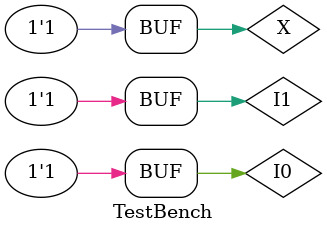
<source format=v>
`timescale 1ns / 1ps


module TestBench;

	// Inputs
	reg I0;
	reg I1;
	reg X;

	// Outputs
	wire f;
	wire f_bar;

	// Instantiate the Unit Under Test (UUT)
	Mux uut (
		.I0(I0), 
		.I1(I1), 
		.X(X), 
		.f(f), 
		.f_bar(f_bar)
	);

	initial begin
		// Initialize Inputs
		I0 = 0;
		I1 = 0;
		X = 0;

		// Wait 100 ns for global reset to finish
		//#100;
        
		// Add stimulus here
		#1; 	//Delay 1 nS. 
		I0=0;
		I1=0; 
		X=0; 
		#1; 
		I0=1; 
		I1=0; 
		X=0; 
		#1; 
		I0=0; 
		I1=1; 
		X=0; 
		#1; 
		I0=1; 
		I1=1; 
		X=0; 
		#1; 
		I0=0; 
		I1=0; 
		X=1; 
		#1; 
		I0=1; 
		I1=0; 
		X=1; 
		#1; 
		I0=0; 
		I1=1; 
		X=1; 
		#1; 
		I0=1; 
		I1=1; 
		X=1;

	end
      
endmodule
</source>
